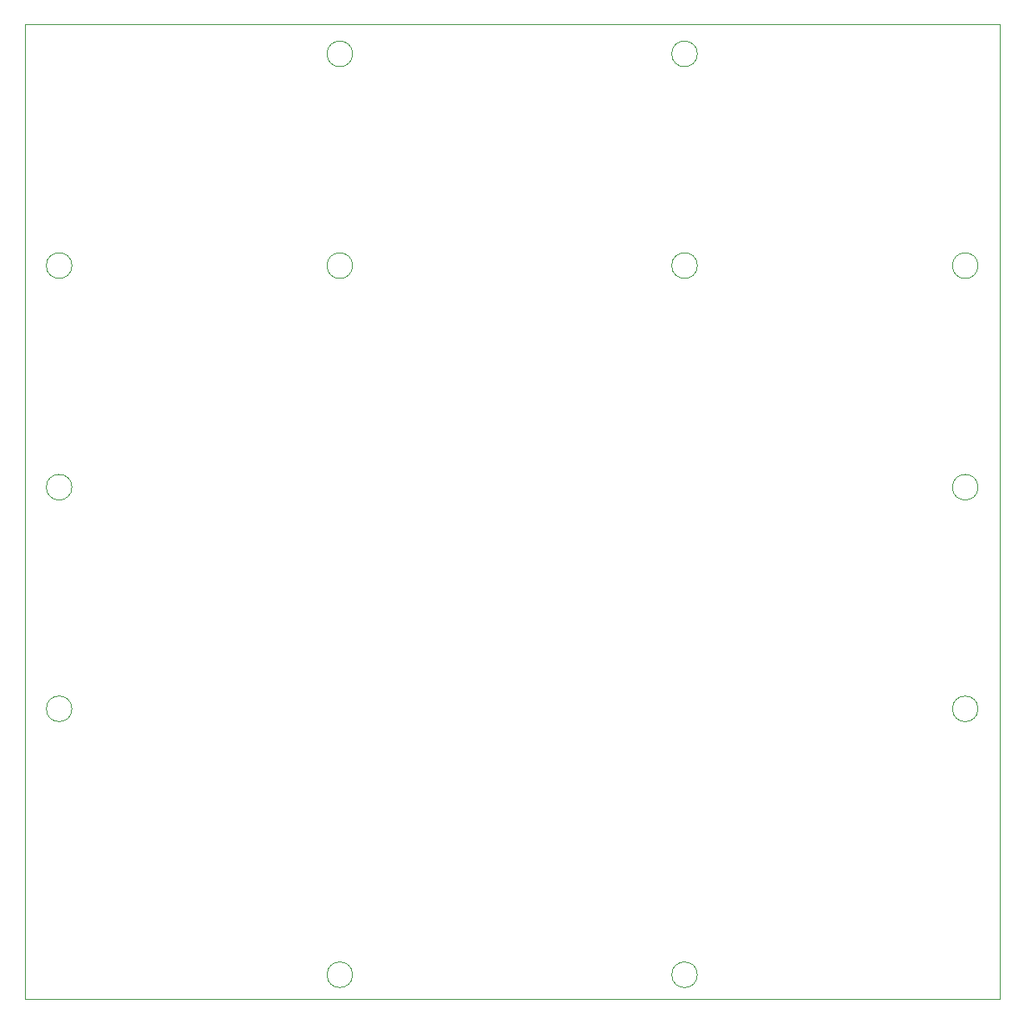
<source format=gbr>
%TF.GenerationSoftware,KiCad,Pcbnew,8.0.2*%
%TF.CreationDate,2024-11-11T15:41:05-05:00*%
%TF.ProjectId,PTZ_Camera_Controler,50545a5f-4361-46d6-9572-615f436f6e74,rev?*%
%TF.SameCoordinates,Original*%
%TF.FileFunction,Profile,NP*%
%FSLAX46Y46*%
G04 Gerber Fmt 4.6, Leading zero omitted, Abs format (unit mm)*
G04 Created by KiCad (PCBNEW 8.0.2) date 2024-11-11 15:41:05*
%MOMM*%
%LPD*%
G01*
G04 APERTURE LIST*
%TA.AperFunction,Profile*%
%ADD10C,0.050000*%
%TD*%
G04 APERTURE END LIST*
D10*
X169800000Y-52250000D02*
G75*
G02*
X167200000Y-52250000I-1300000J0D01*
G01*
X167200000Y-52250000D02*
G75*
G02*
X169800000Y-52250000I1300000J0D01*
G01*
X169800000Y-73750000D02*
G75*
G02*
X167200000Y-73750000I-1300000J0D01*
G01*
X167200000Y-73750000D02*
G75*
G02*
X169800000Y-73750000I1300000J0D01*
G01*
X198300000Y-73750000D02*
G75*
G02*
X195700000Y-73750000I-1300000J0D01*
G01*
X195700000Y-73750000D02*
G75*
G02*
X198300000Y-73750000I1300000J0D01*
G01*
X198300000Y-96250000D02*
G75*
G02*
X195700000Y-96250000I-1300000J0D01*
G01*
X195700000Y-96250000D02*
G75*
G02*
X198300000Y-96250000I1300000J0D01*
G01*
X106300000Y-118750000D02*
G75*
G02*
X103700000Y-118750000I-1300000J0D01*
G01*
X103700000Y-118750000D02*
G75*
G02*
X106300000Y-118750000I1300000J0D01*
G01*
X198300000Y-118750000D02*
G75*
G02*
X195700000Y-118750000I-1300000J0D01*
G01*
X195700000Y-118750000D02*
G75*
G02*
X198300000Y-118750000I1300000J0D01*
G01*
X134800000Y-52250000D02*
G75*
G02*
X132200000Y-52250000I-1300000J0D01*
G01*
X132200000Y-52250000D02*
G75*
G02*
X134800000Y-52250000I1300000J0D01*
G01*
X106300000Y-73750000D02*
G75*
G02*
X103700000Y-73750000I-1300000J0D01*
G01*
X103700000Y-73750000D02*
G75*
G02*
X106300000Y-73750000I1300000J0D01*
G01*
X101500000Y-49250000D02*
X200500000Y-49250000D01*
X200500000Y-148250000D01*
X101500000Y-148250000D01*
X101500000Y-49250000D01*
X134800000Y-145750000D02*
G75*
G02*
X132200000Y-145750000I-1300000J0D01*
G01*
X132200000Y-145750000D02*
G75*
G02*
X134800000Y-145750000I1300000J0D01*
G01*
X134800000Y-73750000D02*
G75*
G02*
X132200000Y-73750000I-1300000J0D01*
G01*
X132200000Y-73750000D02*
G75*
G02*
X134800000Y-73750000I1300000J0D01*
G01*
X169800000Y-145750000D02*
G75*
G02*
X167200000Y-145750000I-1300000J0D01*
G01*
X167200000Y-145750000D02*
G75*
G02*
X169800000Y-145750000I1300000J0D01*
G01*
X106300000Y-96250000D02*
G75*
G02*
X103700000Y-96250000I-1300000J0D01*
G01*
X103700000Y-96250000D02*
G75*
G02*
X106300000Y-96250000I1300000J0D01*
G01*
M02*

</source>
